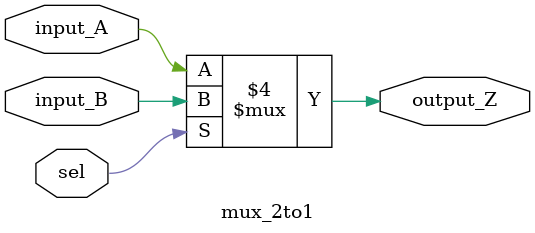
<source format=v>
`timescale 1ns / 1ps
module mux_2to1(
    input sel,
    input input_A,
    input input_B,
    output reg output_Z
    );
	always@(sel,input_A,input_B)
	begin
		if(!sel)//sel=0 output_Z=input_A
			output_Z = input_A;
		else //sel=1 output_Z=input_B
			output_Z = input_B;
	end
endmodule

</source>
